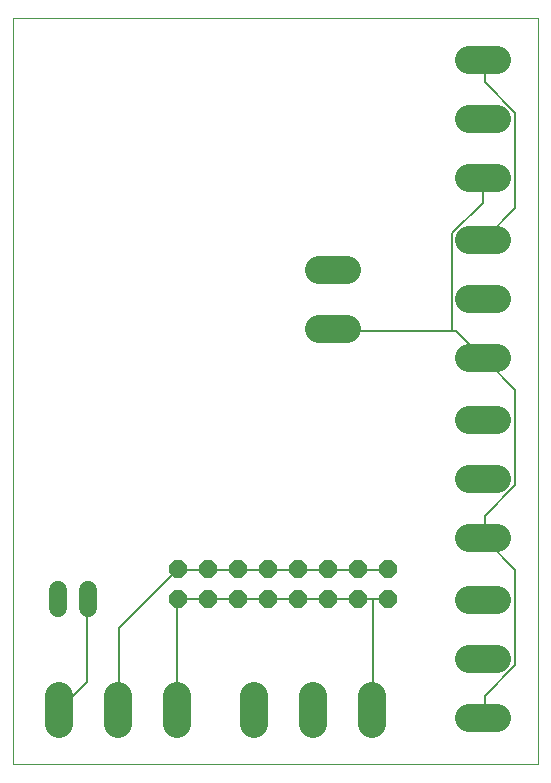
<source format=gtl>
G75*
%MOIN*%
%OFA0B0*%
%FSLAX25Y25*%
%IPPOS*%
%LPD*%
%AMOC8*
5,1,8,0,0,1.08239X$1,22.5*
%
%ADD10C,0.00000*%
%ADD11C,0.09370*%
%ADD12OC8,0.06000*%
%ADD13C,0.06000*%
%ADD14C,0.00600*%
D10*
X0001000Y0003669D02*
X0001000Y0252370D01*
X0175921Y0252370D01*
X0175921Y0003669D01*
X0001000Y0003669D01*
D11*
X0016315Y0017213D02*
X0016315Y0026583D01*
X0036000Y0026583D02*
X0036000Y0017213D01*
X0055685Y0017213D02*
X0055685Y0026583D01*
X0081315Y0026583D02*
X0081315Y0017213D01*
X0101000Y0017213D02*
X0101000Y0026583D01*
X0120685Y0026583D02*
X0120685Y0017213D01*
X0153087Y0018984D02*
X0162457Y0018984D01*
X0162457Y0038669D02*
X0153087Y0038669D01*
X0153087Y0058354D02*
X0162457Y0058354D01*
X0162457Y0078984D02*
X0153087Y0078984D01*
X0153087Y0098669D02*
X0162457Y0098669D01*
X0162457Y0118354D02*
X0153087Y0118354D01*
X0153087Y0138984D02*
X0162457Y0138984D01*
X0162457Y0158669D02*
X0153087Y0158669D01*
X0153087Y0178354D02*
X0162457Y0178354D01*
X0162457Y0198984D02*
X0153087Y0198984D01*
X0153087Y0218669D02*
X0162457Y0218669D01*
X0162457Y0238354D02*
X0153087Y0238354D01*
X0112457Y0168512D02*
X0103087Y0168512D01*
X0103087Y0148827D02*
X0112457Y0148827D01*
D12*
X0116000Y0068669D03*
X0116000Y0058669D03*
X0106000Y0058669D03*
X0106000Y0068669D03*
X0096000Y0068669D03*
X0096000Y0058669D03*
X0086000Y0058669D03*
X0086000Y0068669D03*
X0076000Y0068669D03*
X0076000Y0058669D03*
X0066000Y0058669D03*
X0066000Y0068669D03*
X0056000Y0068669D03*
X0056000Y0058669D03*
X0126000Y0058669D03*
X0126000Y0068669D03*
D13*
X0026000Y0061669D02*
X0026000Y0055669D01*
X0016000Y0055669D02*
X0016000Y0061669D01*
D14*
X0025600Y0058269D02*
X0026000Y0058669D01*
X0025600Y0058269D02*
X0025600Y0031269D01*
X0016600Y0022269D01*
X0016315Y0021898D01*
X0036000Y0021898D02*
X0036400Y0022269D01*
X0036400Y0049269D01*
X0055600Y0068469D01*
X0056000Y0068669D01*
X0056200Y0068469D01*
X0065800Y0068469D01*
X0066000Y0068669D01*
X0066400Y0068469D01*
X0076000Y0068469D01*
X0076000Y0068669D01*
X0076000Y0068469D02*
X0085600Y0068469D01*
X0086000Y0068669D01*
X0086200Y0068469D01*
X0095800Y0068469D01*
X0096000Y0068669D01*
X0096400Y0068469D01*
X0106000Y0068469D01*
X0106000Y0068669D01*
X0106000Y0068469D02*
X0115600Y0068469D01*
X0116000Y0068669D01*
X0116200Y0068469D01*
X0125800Y0068469D01*
X0126000Y0068669D01*
X0125800Y0058869D02*
X0121000Y0058869D01*
X0121000Y0022269D01*
X0120685Y0021898D01*
X0121000Y0058869D02*
X0116200Y0058869D01*
X0116000Y0058669D01*
X0115600Y0058869D01*
X0106000Y0058869D01*
X0106000Y0058669D01*
X0106000Y0058869D02*
X0096400Y0058869D01*
X0096000Y0058669D01*
X0095800Y0058869D01*
X0086200Y0058869D01*
X0086000Y0058669D01*
X0085600Y0058869D01*
X0076000Y0058869D01*
X0076000Y0058669D01*
X0076000Y0058869D02*
X0066400Y0058869D01*
X0066000Y0058669D01*
X0065800Y0058869D01*
X0056200Y0058869D01*
X0056000Y0058669D01*
X0055600Y0058269D01*
X0055600Y0022269D01*
X0055685Y0021898D01*
X0125800Y0058869D02*
X0126000Y0058669D01*
X0157772Y0078984D02*
X0158200Y0079269D01*
X0158200Y0086469D01*
X0168400Y0096669D01*
X0168400Y0128469D01*
X0158200Y0138669D01*
X0157772Y0138984D01*
X0157600Y0139269D01*
X0148600Y0148269D01*
X0147400Y0148269D01*
X0147400Y0180669D01*
X0157600Y0190869D01*
X0157600Y0198669D01*
X0157772Y0198984D01*
X0168400Y0189069D02*
X0158200Y0178869D01*
X0157772Y0178354D01*
X0168400Y0189069D02*
X0168400Y0220869D01*
X0158200Y0231069D01*
X0158200Y0238269D01*
X0157772Y0238354D01*
X0147400Y0148269D02*
X0107800Y0148269D01*
X0107772Y0148827D01*
X0157772Y0078984D02*
X0158200Y0078669D01*
X0168400Y0068469D01*
X0168400Y0036669D01*
X0158200Y0026469D01*
X0158200Y0019269D01*
X0157772Y0018984D01*
M02*

</source>
